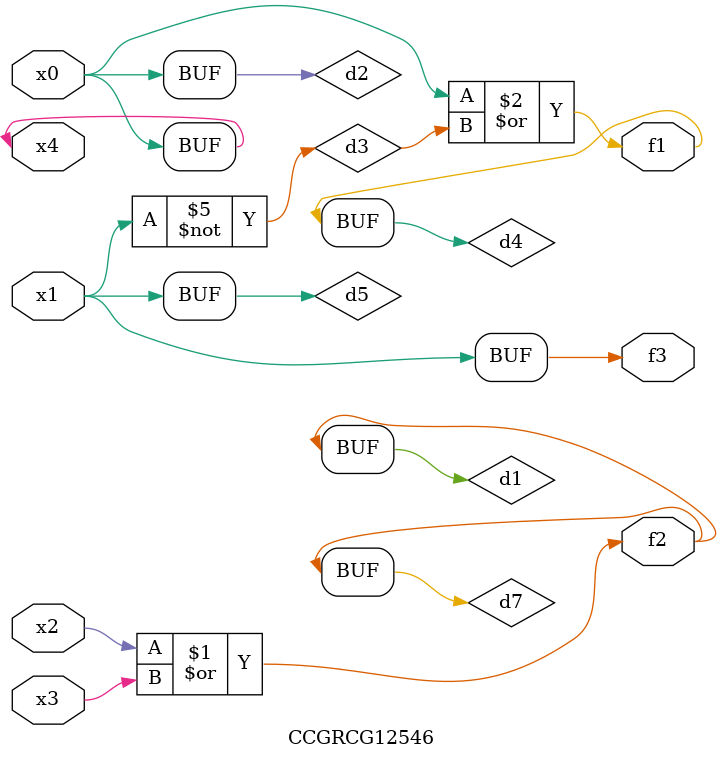
<source format=v>
module CCGRCG12546(
	input x0, x1, x2, x3, x4,
	output f1, f2, f3
);

	wire d1, d2, d3, d4, d5, d6, d7;

	or (d1, x2, x3);
	buf (d2, x0, x4);
	not (d3, x1);
	or (d4, d2, d3);
	not (d5, d3);
	nand (d6, d1, d3);
	or (d7, d1);
	assign f1 = d4;
	assign f2 = d7;
	assign f3 = d5;
endmodule

</source>
